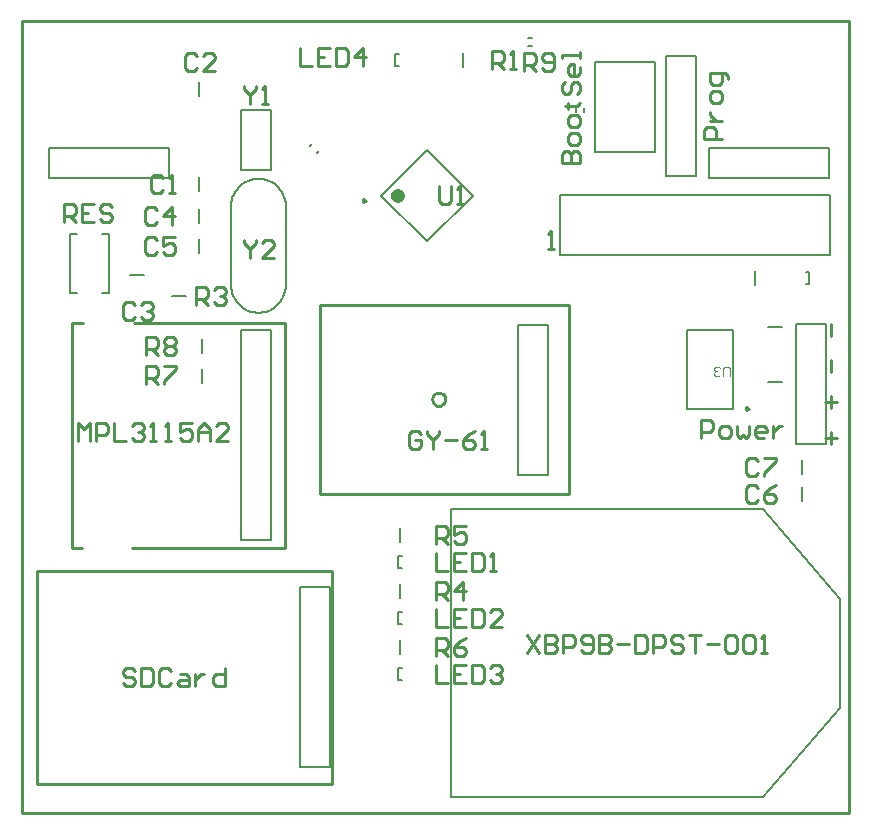
<source format=gto>
G04*
G04 #@! TF.GenerationSoftware,Altium Limited,Altium Designer,19.1.8 (144)*
G04*
G04 Layer_Color=65535*
%FSLAX25Y25*%
%MOIN*%
G70*
G01*
G75*
%ADD10C,0.00984*%
%ADD11C,0.02362*%
%ADD12C,0.00787*%
%ADD13C,0.01000*%
%ADD14C,0.00394*%
D10*
X113471Y204038D02*
X112733Y204465D01*
Y203612D01*
X113471Y204038D01*
X241142Y134646D02*
X240404Y135072D01*
Y134220D01*
X241142Y134646D01*
D11*
X125296Y205709D02*
X124851Y206632D01*
X123852Y206860D01*
X123050Y206221D01*
Y205196D01*
X123852Y204557D01*
X124851Y204785D01*
X125296Y205709D01*
D12*
X86910Y202165D02*
X86856Y203155D01*
X86695Y204133D01*
X86430Y205088D01*
X86063Y206009D01*
X85599Y206885D01*
X85043Y207705D01*
X84401Y208460D01*
X83682Y209142D01*
X82893Y209742D01*
X82043Y210253D01*
X81144Y210669D01*
X80205Y210985D01*
X79237Y211198D01*
X78251Y211305D01*
X77260D01*
X76275Y211198D01*
X75307Y210985D01*
X74368Y210669D01*
X73468Y210253D01*
X72619Y209742D01*
X71830Y209142D01*
X71110Y208460D01*
X70469Y207705D01*
X69913Y206885D01*
X69448Y206009D01*
X69081Y205088D01*
X68816Y204133D01*
X68656Y203155D01*
X68602Y202165D01*
Y175787D02*
X68656Y174798D01*
X68816Y173820D01*
X69081Y172865D01*
X69448Y171944D01*
X69913Y171068D01*
X70469Y170248D01*
X71110Y169492D01*
X71830Y168811D01*
X72619Y168211D01*
X73468Y167700D01*
X74368Y167284D01*
X75307Y166967D01*
X76275Y166754D01*
X77260Y166647D01*
X78251D01*
X79237Y166754D01*
X80205Y166967D01*
X81144Y167284D01*
X82043Y167700D01*
X82893Y168211D01*
X83682Y168811D01*
X84401Y169493D01*
X85043Y170248D01*
X85599Y171068D01*
X86063Y171944D01*
X86430Y172865D01*
X86695Y173820D01*
X86856Y174798D01*
X86910Y175787D01*
X268425Y185787D02*
Y205787D01*
X178425Y185787D02*
Y205787D01*
X268425D01*
X178425Y185787D02*
X268425D01*
X183661Y233465D02*
Y235039D01*
X186417Y233465D02*
Y235039D01*
X167520Y258268D02*
X169095D01*
X167520Y255512D02*
X169095D01*
X267795Y211535D02*
Y221535D01*
X227795Y211535D02*
X267795D01*
X227795Y221535D02*
X267795D01*
X227795Y211535D02*
Y221535D01*
X47835Y211535D02*
Y221535D01*
X7835Y211535D02*
X47835D01*
X7835Y221535D02*
X47835D01*
X7835Y211535D02*
Y221535D01*
X71772Y214331D02*
X81772D01*
X71772D02*
Y234331D01*
X81772D01*
Y214331D02*
Y234331D01*
X118547Y205709D02*
X133858Y190397D01*
Y221020D02*
X149170Y205709D01*
X118547D02*
X133858Y221020D01*
Y190397D02*
X149170Y205709D01*
X245827Y5158D02*
X271535Y35039D01*
X245827Y101142D02*
X271535Y71260D01*
X141850Y101142D02*
X245827D01*
X141850Y5158D02*
Y101142D01*
Y5158D02*
X245827D01*
X271535Y35039D02*
Y71260D01*
X14961Y173327D02*
X17323D01*
X14961D02*
Y193012D01*
X17323D01*
X25591Y173327D02*
X27953D01*
Y193012D01*
X25591D02*
X27953D01*
X213504Y252047D02*
X223504D01*
Y212047D02*
Y252047D01*
X213504Y212047D02*
Y252047D01*
Y212047D02*
X223504D01*
X91457Y15197D02*
X101457D01*
X91457Y75197D02*
X101457D01*
Y15197D02*
Y75197D01*
X91457Y15197D02*
Y75197D01*
X68602Y175787D02*
Y202165D01*
X86910Y175787D02*
Y202165D01*
X71772Y90827D02*
Y160827D01*
Y90827D02*
X81772D01*
Y160827D01*
X71772D02*
X81772D01*
X164291Y112480D02*
X174291D01*
X164291D02*
Y162480D01*
X174291Y112480D02*
Y162480D01*
X164291D02*
X174291D01*
X209882Y231070D02*
Y250236D01*
Y220236D02*
Y250236D01*
X189882Y220236D02*
Y250236D01*
Y220236D02*
X209882D01*
X189882Y250236D02*
X209882D01*
X256811Y122795D02*
X266811D01*
X256811D02*
Y162795D01*
X266811Y122795D02*
Y162795D01*
X256811D02*
X266811D01*
X59055Y153150D02*
Y157874D01*
Y143307D02*
Y148031D01*
X97172Y219806D02*
X98008Y220641D01*
X94806Y222172D02*
X95641Y223008D01*
X247638Y143701D02*
X252362D01*
X247638Y162008D02*
X252362D01*
X48819Y172244D02*
X53543D01*
X35039Y179134D02*
X39764D01*
X58071Y238780D02*
Y243504D01*
Y207283D02*
Y212008D01*
Y196457D02*
Y201181D01*
Y186614D02*
Y191339D01*
X123425Y249016D02*
Y252953D01*
Y249016D02*
X124606D01*
X123425Y252953D02*
X124606D01*
X146063Y248622D02*
Y253346D01*
X243110Y175787D02*
Y180512D01*
X261417Y176181D02*
Y180118D01*
X260236D02*
X261417D01*
X260236Y176181D02*
X261417D01*
X258858Y112795D02*
Y117520D01*
Y103937D02*
Y108661D01*
X125000Y90157D02*
Y94882D01*
X124409Y81693D02*
Y85630D01*
Y81693D02*
X125591D01*
X124409Y85630D02*
X125591D01*
X124409Y62992D02*
Y66929D01*
Y62992D02*
X125591D01*
X124409Y66929D02*
X125591D01*
X125000Y71457D02*
Y76181D01*
X124409Y44291D02*
Y48228D01*
Y44291D02*
X125591D01*
X124409Y48228D02*
X125591D01*
X125000Y52756D02*
Y57480D01*
X220669Y160827D02*
X236024D01*
X220669Y134449D02*
X236024D01*
X220669D02*
Y160827D01*
X236024Y134449D02*
Y160827D01*
D13*
X139996Y137795D02*
X139778Y138750D01*
X139167Y139516D01*
X138285Y139941D01*
X137305D01*
X136423Y139516D01*
X135812Y138750D01*
X135594Y137795D01*
X135812Y136840D01*
X136423Y136075D01*
X137305Y135650D01*
X138285D01*
X139167Y136075D01*
X139778Y136840D01*
X139996Y137795D01*
X139996D02*
X139778Y138750D01*
X139167Y139516D01*
X138285Y139941D01*
X137305D01*
X136423Y139516D01*
X135812Y138750D01*
X135594Y137795D01*
X135812Y136840D01*
X136423Y136075D01*
X137305Y135650D01*
X138285D01*
X139167Y136075D01*
X139778Y136840D01*
X139996Y137795D01*
X15748Y88268D02*
X19016D01*
X15748Y163071D02*
X19370D01*
X36102D02*
X86614D01*
X35748Y88268D02*
X86614D01*
X15748D02*
Y163071D01*
X86614Y88268D02*
Y163071D01*
X3937Y80394D02*
X102362D01*
X3937Y9528D02*
Y80394D01*
Y9528D02*
X102362D01*
Y80394D01*
X98425Y106142D02*
X181102D01*
X98425D02*
Y169134D01*
X181102D01*
Y106142D02*
Y169134D01*
X174213Y187992D02*
X176212D01*
X175212D01*
Y193990D01*
X174213Y192991D01*
X268654Y123031D02*
Y127030D01*
X266655Y125031D02*
X270654D01*
X268654Y135028D02*
Y139026D01*
X266655Y137027D02*
X270654D01*
X268654Y147024D02*
Y151023D01*
Y159020D02*
Y163019D01*
X166339Y247047D02*
Y253045D01*
X169338D01*
X170337Y252046D01*
Y250046D01*
X169338Y249047D01*
X166339D01*
X168338D02*
X170337Y247047D01*
X172337Y248047D02*
X173336Y247047D01*
X175336D01*
X176335Y248047D01*
Y252046D01*
X175336Y253045D01*
X173336D01*
X172337Y252046D01*
Y251046D01*
X173336Y250046D01*
X176335D01*
X72835Y242140D02*
Y241140D01*
X74834Y239141D01*
X76833Y241140D01*
Y242140D01*
X74834Y239141D02*
Y236142D01*
X78833D02*
X80832D01*
X79832D01*
Y242140D01*
X78833Y241140D01*
X40354Y152559D02*
Y158557D01*
X43353D01*
X44353Y157557D01*
Y155558D01*
X43353Y154558D01*
X40354D01*
X42354D02*
X44353Y152559D01*
X46352Y157557D02*
X47352Y158557D01*
X49351D01*
X50351Y157557D01*
Y156558D01*
X49351Y155558D01*
X50351Y154558D01*
Y153559D01*
X49351Y152559D01*
X47352D01*
X46352Y153559D01*
Y154558D01*
X47352Y155558D01*
X46352Y156558D01*
Y157557D01*
X47352Y155558D02*
X49351D01*
X40354Y142717D02*
Y148715D01*
X43353D01*
X44353Y147715D01*
Y145716D01*
X43353Y144716D01*
X40354D01*
X42354D02*
X44353Y142717D01*
X46352Y148715D02*
X50351D01*
Y147715D01*
X46352Y143716D01*
Y142717D01*
X36479Y47321D02*
X35479Y48321D01*
X33480D01*
X32480Y47321D01*
Y46321D01*
X33480Y45322D01*
X35479D01*
X36479Y44322D01*
Y43323D01*
X35479Y42323D01*
X33480D01*
X32480Y43323D01*
X38478Y48321D02*
Y42323D01*
X41477D01*
X42477Y43323D01*
Y47321D01*
X41477Y48321D01*
X38478D01*
X48475Y47321D02*
X47475Y48321D01*
X45476D01*
X44476Y47321D01*
Y43323D01*
X45476Y42323D01*
X47475D01*
X48475Y43323D01*
X51474Y46321D02*
X53474D01*
X54473Y45322D01*
Y42323D01*
X51474D01*
X50475Y43323D01*
X51474Y44322D01*
X54473D01*
X56473Y46321D02*
Y42323D01*
Y44322D01*
X57472Y45322D01*
X58472Y46321D01*
X59472D01*
X66469Y48321D02*
Y42323D01*
X63470D01*
X62471Y43323D01*
Y45322D01*
X63470Y46321D01*
X66469D01*
X179041Y216535D02*
X185039D01*
Y219534D01*
X184040Y220534D01*
X183040D01*
X182040Y219534D01*
Y216535D01*
Y219534D01*
X181041Y220534D01*
X180041D01*
X179041Y219534D01*
Y216535D01*
X185039Y223533D02*
Y225533D01*
X184040Y226532D01*
X182040D01*
X181041Y225533D01*
Y223533D01*
X182040Y222533D01*
X184040D01*
X185039Y223533D01*
Y229531D02*
Y231531D01*
X184040Y232530D01*
X182040D01*
X181041Y231531D01*
Y229531D01*
X182040Y228532D01*
X184040D01*
X185039Y229531D01*
X180041Y235529D02*
X181041D01*
Y234530D01*
Y236529D01*
Y235529D01*
X184040D01*
X185039Y236529D01*
X180041Y243527D02*
X179041Y242527D01*
Y240528D01*
X180041Y239528D01*
X181041D01*
X182040Y240528D01*
Y242527D01*
X183040Y243527D01*
X184040D01*
X185039Y242527D01*
Y240528D01*
X184040Y239528D01*
X185039Y248525D02*
Y246526D01*
X184040Y245526D01*
X182040D01*
X181041Y246526D01*
Y248525D01*
X182040Y249525D01*
X183040D01*
Y245526D01*
X185039Y251524D02*
Y253523D01*
Y252524D01*
X179041D01*
Y251524D01*
X17717Y124016D02*
Y130014D01*
X19716Y128015D01*
X21715Y130014D01*
Y124016D01*
X23715D02*
Y130014D01*
X26714D01*
X27713Y129014D01*
Y127015D01*
X26714Y126015D01*
X23715D01*
X29713Y130014D02*
Y124016D01*
X33711D01*
X35711Y129014D02*
X36710Y130014D01*
X38710D01*
X39709Y129014D01*
Y128015D01*
X38710Y127015D01*
X37710D01*
X38710D01*
X39709Y126015D01*
Y125015D01*
X38710Y124016D01*
X36710D01*
X35711Y125015D01*
X41709Y124016D02*
X43708D01*
X42709D01*
Y130014D01*
X41709Y129014D01*
X46707Y124016D02*
X48706D01*
X47707D01*
Y130014D01*
X46707Y129014D01*
X55704Y130014D02*
X51705D01*
Y127015D01*
X53705Y128015D01*
X54705D01*
X55704Y127015D01*
Y125015D01*
X54705Y124016D01*
X52705D01*
X51705Y125015D01*
X57704Y124016D02*
Y128015D01*
X59703Y130014D01*
X61702Y128015D01*
Y124016D01*
Y127015D01*
X57704D01*
X67700Y124016D02*
X63702D01*
X67700Y128015D01*
Y129014D01*
X66701Y130014D01*
X64701D01*
X63702Y129014D01*
X131951Y126061D02*
X130952Y127061D01*
X128952D01*
X127953Y126061D01*
Y122063D01*
X128952Y121063D01*
X130952D01*
X131951Y122063D01*
Y124062D01*
X129952D01*
X133951Y127061D02*
Y126061D01*
X135950Y124062D01*
X137950Y126061D01*
Y127061D01*
X135950Y124062D02*
Y121063D01*
X139949Y124062D02*
X143948D01*
X149946Y127061D02*
X147946Y126061D01*
X145947Y124062D01*
Y122063D01*
X146947Y121063D01*
X148946D01*
X149946Y122063D01*
Y123062D01*
X148946Y124062D01*
X145947D01*
X151945Y121063D02*
X153944D01*
X152945D01*
Y127061D01*
X151945Y126061D01*
X232283Y224410D02*
X226285D01*
Y227409D01*
X227285Y228408D01*
X229284D01*
X230284Y227409D01*
Y224410D01*
X228285Y230408D02*
X232283D01*
X230284D01*
X229284Y231407D01*
X228285Y232407D01*
Y233406D01*
X232283Y237405D02*
Y239405D01*
X231284Y240404D01*
X229284D01*
X228285Y239405D01*
Y237405D01*
X229284Y236406D01*
X231284D01*
X232283Y237405D01*
X234283Y244403D02*
Y245403D01*
X233283Y246402D01*
X228285D01*
Y243403D01*
X229284Y242404D01*
X231284D01*
X232283Y243403D01*
Y246402D01*
X225394Y125000D02*
Y130998D01*
X228393D01*
X229392Y129998D01*
Y127999D01*
X228393Y126999D01*
X225394D01*
X232391Y125000D02*
X234391D01*
X235390Y126000D01*
Y127999D01*
X234391Y128999D01*
X232391D01*
X231392Y127999D01*
Y126000D01*
X232391Y125000D01*
X237390Y128999D02*
Y126000D01*
X238389Y125000D01*
X239389Y126000D01*
X240389Y125000D01*
X241389Y126000D01*
Y128999D01*
X246387Y125000D02*
X244388D01*
X243388Y126000D01*
Y127999D01*
X244388Y128999D01*
X246387D01*
X247387Y127999D01*
Y126999D01*
X243388D01*
X249386Y128999D02*
Y125000D01*
Y126999D01*
X250386Y127999D01*
X251385Y128999D01*
X252385D01*
X12795Y196850D02*
Y202849D01*
X15794D01*
X16794Y201849D01*
Y199849D01*
X15794Y198850D01*
X12795D01*
X14795D02*
X16794Y196850D01*
X22792Y202849D02*
X18793D01*
Y196850D01*
X22792D01*
X18793Y199849D02*
X20793D01*
X28790Y201849D02*
X27790Y202849D01*
X25791D01*
X24791Y201849D01*
Y200849D01*
X25791Y199849D01*
X27790D01*
X28790Y198850D01*
Y197850D01*
X27790Y196850D01*
X25791D01*
X24791Y197850D01*
X72835Y191037D02*
Y190038D01*
X74834Y188038D01*
X76833Y190038D01*
Y191037D01*
X74834Y188038D02*
Y185039D01*
X82831D02*
X78833D01*
X82831Y189038D01*
Y190038D01*
X81832Y191037D01*
X79832D01*
X78833Y190038D01*
X167323Y59148D02*
X171321Y53150D01*
Y59148D02*
X167323Y53150D01*
X173321Y59148D02*
Y53150D01*
X176320D01*
X177320Y54149D01*
Y55149D01*
X176320Y56149D01*
X173321D01*
X176320D01*
X177320Y57148D01*
Y58148D01*
X176320Y59148D01*
X173321D01*
X179319Y53150D02*
Y59148D01*
X182318D01*
X183318Y58148D01*
Y56149D01*
X182318Y55149D01*
X179319D01*
X185317Y54149D02*
X186317Y53150D01*
X188316D01*
X189316Y54149D01*
Y58148D01*
X188316Y59148D01*
X186317D01*
X185317Y58148D01*
Y57148D01*
X186317Y56149D01*
X189316D01*
X191315Y59148D02*
Y53150D01*
X194314D01*
X195314Y54149D01*
Y55149D01*
X194314Y56149D01*
X191315D01*
X194314D01*
X195314Y57148D01*
Y58148D01*
X194314Y59148D01*
X191315D01*
X197313Y56149D02*
X201312D01*
X203311Y59148D02*
Y53150D01*
X206310D01*
X207310Y54149D01*
Y58148D01*
X206310Y59148D01*
X203311D01*
X209309Y53150D02*
Y59148D01*
X212308D01*
X213308Y58148D01*
Y56149D01*
X212308Y55149D01*
X209309D01*
X219306Y58148D02*
X218306Y59148D01*
X216307D01*
X215307Y58148D01*
Y57148D01*
X216307Y56149D01*
X218306D01*
X219306Y55149D01*
Y54149D01*
X218306Y53150D01*
X216307D01*
X215307Y54149D01*
X221305Y59148D02*
X225304D01*
X223305D01*
Y53150D01*
X227303Y56149D02*
X231302D01*
X233301Y58148D02*
X234301Y59148D01*
X236300D01*
X237300Y58148D01*
Y54149D01*
X236300Y53150D01*
X234301D01*
X233301Y54149D01*
Y58148D01*
X239300D02*
X240299Y59148D01*
X242299D01*
X243298Y58148D01*
Y54149D01*
X242299Y53150D01*
X240299D01*
X239300Y54149D01*
Y58148D01*
X245298Y53150D02*
X247297D01*
X246297D01*
Y59148D01*
X245298Y58148D01*
X137795Y208754D02*
Y203756D01*
X138795Y202756D01*
X140794D01*
X141794Y203756D01*
Y208754D01*
X143793Y202756D02*
X145793D01*
X144793D01*
Y208754D01*
X143793Y207754D01*
X136811Y52165D02*
Y58163D01*
X139810D01*
X140810Y57164D01*
Y55164D01*
X139810Y54165D01*
X136811D01*
X138810D02*
X140810Y52165D01*
X146808Y58163D02*
X144808Y57164D01*
X142809Y55164D01*
Y53165D01*
X143809Y52165D01*
X145808D01*
X146808Y53165D01*
Y54165D01*
X145808Y55164D01*
X142809D01*
X136811Y89567D02*
Y95565D01*
X139810D01*
X140810Y94565D01*
Y92566D01*
X139810Y91566D01*
X136811D01*
X138810D02*
X140810Y89567D01*
X146808Y95565D02*
X142809D01*
Y92566D01*
X144808Y93566D01*
X145808D01*
X146808Y92566D01*
Y90567D01*
X145808Y89567D01*
X143809D01*
X142809Y90567D01*
X136811Y70866D02*
Y76864D01*
X139810D01*
X140810Y75864D01*
Y73865D01*
X139810Y72865D01*
X136811D01*
X138810D02*
X140810Y70866D01*
X145808D02*
Y76864D01*
X142809Y73865D01*
X146808D01*
X57087Y169291D02*
Y175289D01*
X60086D01*
X61085Y174290D01*
Y172290D01*
X60086Y171291D01*
X57087D01*
X59086D02*
X61085Y169291D01*
X63085Y174290D02*
X64084Y175289D01*
X66084D01*
X67083Y174290D01*
Y173290D01*
X66084Y172290D01*
X65084D01*
X66084D01*
X67083Y171291D01*
Y170291D01*
X66084Y169291D01*
X64084D01*
X63085Y170291D01*
X155512Y248031D02*
Y254030D01*
X158511D01*
X159511Y253030D01*
Y251030D01*
X158511Y250031D01*
X155512D01*
X157511D02*
X159511Y248031D01*
X161510D02*
X163509D01*
X162510D01*
Y254030D01*
X161510Y253030D01*
X91535Y255014D02*
Y249016D01*
X95534D01*
X101532Y255014D02*
X97534D01*
Y249016D01*
X101532D01*
X97534Y252015D02*
X99533D01*
X103532Y255014D02*
Y249016D01*
X106531D01*
X107530Y250015D01*
Y254014D01*
X106531Y255014D01*
X103532D01*
X112529Y249016D02*
Y255014D01*
X109530Y252015D01*
X113528D01*
X136811Y49305D02*
Y43307D01*
X140810D01*
X146808Y49305D02*
X142809D01*
Y43307D01*
X146808D01*
X142809Y46306D02*
X144808D01*
X148807Y49305D02*
Y43307D01*
X151806D01*
X152806Y44307D01*
Y48305D01*
X151806Y49305D01*
X148807D01*
X154805Y48305D02*
X155805Y49305D01*
X157804D01*
X158804Y48305D01*
Y47306D01*
X157804Y46306D01*
X156805D01*
X157804D01*
X158804Y45306D01*
Y44307D01*
X157804Y43307D01*
X155805D01*
X154805Y44307D01*
X136811Y68006D02*
Y62008D01*
X140810D01*
X146808Y68006D02*
X142809D01*
Y62008D01*
X146808D01*
X142809Y65007D02*
X144808D01*
X148807Y68006D02*
Y62008D01*
X151806D01*
X152806Y63008D01*
Y67006D01*
X151806Y68006D01*
X148807D01*
X158804Y62008D02*
X154805D01*
X158804Y66007D01*
Y67006D01*
X157804Y68006D01*
X155805D01*
X154805Y67006D01*
X136811Y86707D02*
Y80709D01*
X140810D01*
X146808Y86707D02*
X142809D01*
Y80709D01*
X146808D01*
X142809Y83708D02*
X144808D01*
X148807Y86707D02*
Y80709D01*
X151806D01*
X152806Y81708D01*
Y85707D01*
X151806Y86707D01*
X148807D01*
X154805Y80709D02*
X156805D01*
X155805D01*
Y86707D01*
X154805Y85707D01*
X244156Y117203D02*
X243157Y118203D01*
X241157D01*
X240158Y117203D01*
Y113204D01*
X241157Y112205D01*
X243157D01*
X244156Y113204D01*
X246156Y118203D02*
X250154D01*
Y117203D01*
X246156Y113204D01*
Y112205D01*
X244156Y108345D02*
X243157Y109344D01*
X241157D01*
X240158Y108345D01*
Y104346D01*
X241157Y103347D01*
X243157D01*
X244156Y104346D01*
X250154Y109344D02*
X248155Y108345D01*
X246156Y106345D01*
Y104346D01*
X247155Y103347D01*
X249155D01*
X250154Y104346D01*
Y105346D01*
X249155Y106345D01*
X246156D01*
X44070Y190975D02*
X43070Y191974D01*
X41071D01*
X40071Y190975D01*
Y186976D01*
X41071Y185976D01*
X43070D01*
X44070Y186976D01*
X50068Y191974D02*
X46069D01*
Y188975D01*
X48068Y189975D01*
X49068D01*
X50068Y188975D01*
Y186976D01*
X49068Y185976D01*
X47069D01*
X46069Y186976D01*
X44070Y200817D02*
X43070Y201817D01*
X41071D01*
X40071Y200817D01*
Y196819D01*
X41071Y195819D01*
X43070D01*
X44070Y196819D01*
X49068Y195819D02*
Y201817D01*
X46069Y198818D01*
X50068D01*
X36479Y169369D02*
X35479Y170368D01*
X33480D01*
X32480Y169369D01*
Y165370D01*
X33480Y164370D01*
X35479D01*
X36479Y165370D01*
X38478Y169369D02*
X39478Y170368D01*
X41477D01*
X42477Y169369D01*
Y168369D01*
X41477Y167369D01*
X40478D01*
X41477D01*
X42477Y166369D01*
Y165370D01*
X41477Y164370D01*
X39478D01*
X38478Y165370D01*
X57148Y252046D02*
X56149Y253045D01*
X54149D01*
X53150Y252046D01*
Y248047D01*
X54149Y247047D01*
X56149D01*
X57148Y248047D01*
X63146Y247047D02*
X59148D01*
X63146Y251046D01*
Y252046D01*
X62147Y253045D01*
X60147D01*
X59148Y252046D01*
X46070Y211644D02*
X45070Y212644D01*
X43071D01*
X42071Y211644D01*
Y207645D01*
X43071Y206646D01*
X45070D01*
X46070Y207645D01*
X48069Y206646D02*
X50068D01*
X49069D01*
Y212644D01*
X48069Y211644D01*
X-984Y0D02*
X0D01*
X-984Y263779D02*
X-984Y0D01*
X-984Y263779D02*
X274606D01*
Y0D02*
Y263779D01*
X0Y0D02*
X274606D01*
D14*
X234846Y145489D02*
Y148113D01*
X234322Y148638D01*
X233272D01*
X232747Y148113D01*
Y145489D01*
X231698Y146014D02*
X231173Y145489D01*
X230124D01*
X229599Y146014D01*
Y146539D01*
X230124Y147064D01*
X230648D01*
X230124D01*
X229599Y147588D01*
Y148113D01*
X230124Y148638D01*
X231173D01*
X231698Y148113D01*
M02*

</source>
